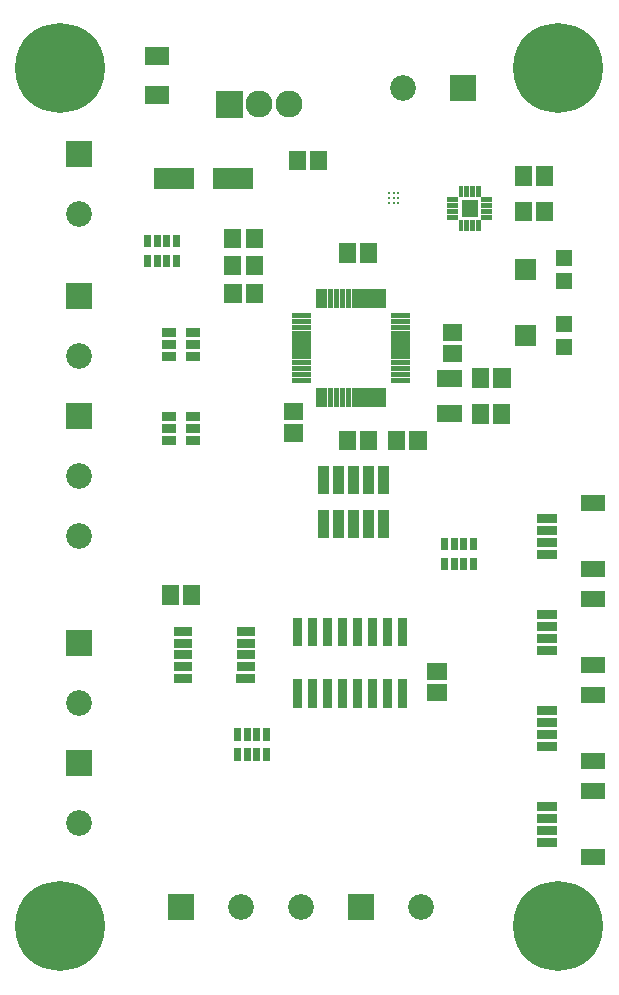
<source format=gbr>
G04 start of page 6 for group -4063 idx -4063 *
G04 Title: (unknown), componentmask *
G04 Creator: pcb 4.0.2 *
G04 CreationDate: Wed Jul  1 19:07:19 2020 UTC *
G04 For: ndholmes *
G04 Format: Gerber/RS-274X *
G04 PCB-Dimensions (mil): 2000.00 3200.00 *
G04 PCB-Coordinate-Origin: lower left *
%MOIN*%
%FSLAX25Y25*%
%LNTOPMASK*%
%ADD50C,0.0090*%
%ADD49C,0.0900*%
%ADD48C,0.0860*%
%ADD47C,0.0001*%
%ADD46C,0.2997*%
G54D46*X17000Y17000D03*
G54D47*G36*
X53200Y27800D02*Y19200D01*
X61800D01*
Y27800D01*
X53200D01*
G37*
G54D48*X77500Y23500D03*
X97500D03*
G54D47*G36*
X113200Y27800D02*Y19200D01*
X121800D01*
Y27800D01*
X113200D01*
G37*
G54D48*X137500Y23500D03*
G54D46*X183000Y17000D03*
G54D47*G36*
X19200Y191300D02*Y182700D01*
X27800D01*
Y191300D01*
X19200D01*
G37*
G54D48*X23500Y167000D03*
Y147000D03*
G54D47*G36*
X19200Y115800D02*Y107200D01*
X27800D01*
Y115800D01*
X19200D01*
G37*
G54D48*X23500Y91500D03*
G54D47*G36*
X19200Y75800D02*Y67200D01*
X27800D01*
Y75800D01*
X19200D01*
G37*
G54D48*X23500Y51500D03*
G54D49*X93500Y291000D03*
X83500D03*
G54D47*G36*
X69000Y295500D02*Y286500D01*
X78000D01*
Y295500D01*
X69000D01*
G37*
G36*
X19200Y231300D02*Y222700D01*
X27800D01*
Y231300D01*
X19200D01*
G37*
G54D48*X23500Y207000D03*
G54D47*G36*
X19200Y278800D02*Y270200D01*
X27800D01*
Y278800D01*
X19200D01*
G37*
G54D48*X23500Y254500D03*
G54D46*X17000Y303000D03*
X183000D03*
G54D47*G36*
X147200Y300800D02*Y292200D01*
X155800D01*
Y300800D01*
X147200D01*
G37*
G54D48*X131500Y296500D03*
G54D47*G36*
X122902Y182252D02*X117184D01*
Y175748D01*
X122902D01*
Y182252D01*
G37*
G36*
X115816D02*X110098D01*
Y175748D01*
X115816D01*
Y182252D01*
G37*
G36*
X132216Y182202D02*X126498D01*
Y175698D01*
X132216D01*
Y182202D01*
G37*
G36*
X139302D02*X133584D01*
Y175698D01*
X139302D01*
Y182202D01*
G37*
G36*
X59200Y180500D02*Y177500D01*
X63800D01*
Y180500D01*
X59200D01*
G37*
G36*
Y184400D02*Y181400D01*
X63800D01*
Y184400D01*
X59200D01*
G37*
G36*
Y188300D02*Y185300D01*
X63800D01*
Y188300D01*
X59200D01*
G37*
G36*
X51000D02*Y185300D01*
X55600D01*
Y188300D01*
X51000D01*
G37*
G36*
Y184400D02*Y181400D01*
X55600D01*
Y184400D01*
X51000D01*
G37*
G36*
Y180500D02*Y177500D01*
X55600D01*
Y180500D01*
X51000D01*
G37*
G36*
X59200Y208500D02*Y205500D01*
X63800D01*
Y208500D01*
X59200D01*
G37*
G36*
Y212400D02*Y209400D01*
X63800D01*
Y212400D01*
X59200D01*
G37*
G36*
Y216300D02*Y213300D01*
X63800D01*
Y216300D01*
X59200D01*
G37*
G36*
X51000Y212400D02*Y209400D01*
X55600D01*
Y212400D01*
X51000D01*
G37*
G36*
Y208500D02*Y205500D01*
X55600D01*
Y208500D01*
X51000D01*
G37*
G36*
X47512Y240780D02*X45240D01*
Y236638D01*
X47512D01*
Y240780D01*
G37*
G36*
X56960D02*X54688D01*
Y236638D01*
X56960D01*
Y240780D01*
G37*
G36*
X51000Y216300D02*Y213300D01*
X55600D01*
Y216300D01*
X51000D01*
G37*
G36*
X45450Y310050D02*Y303950D01*
X53550D01*
Y310050D01*
X45450D01*
G37*
G36*
Y297050D02*Y290950D01*
X53550D01*
Y297050D01*
X45450D01*
G37*
G36*
X50662Y240780D02*X48388D01*
Y236638D01*
X50662D01*
Y240780D01*
G37*
G36*
X53812D02*X51538D01*
Y236638D01*
X53812D01*
Y240780D01*
G37*
G36*
X48558Y269750D02*Y262850D01*
X61757D01*
Y269750D01*
X48558D01*
G37*
G36*
X56960Y247476D02*X54688D01*
Y243334D01*
X56960D01*
Y247476D01*
G37*
G36*
X53812D02*X51538D01*
Y243334D01*
X53812D01*
Y247476D01*
G37*
G36*
X50662D02*X48388D01*
Y243334D01*
X50662D01*
Y247476D01*
G37*
G36*
X47512D02*X45240D01*
Y243334D01*
X47512D01*
Y247476D01*
G37*
G36*
X68243Y269750D02*Y262850D01*
X81442D01*
Y269750D01*
X68243D01*
G37*
G36*
X77573Y249552D02*X71855D01*
Y243048D01*
X77573D01*
Y249552D01*
G37*
G36*
X84659D02*X78941D01*
Y243048D01*
X84659D01*
Y249552D01*
G37*
G36*
X77573Y240552D02*X71855D01*
Y234048D01*
X77573D01*
Y240552D01*
G37*
G36*
X77616Y231252D02*X71898D01*
Y224748D01*
X77616D01*
Y231252D01*
G37*
G36*
X84659Y240552D02*X78941D01*
Y234048D01*
X84659D01*
Y240552D01*
G37*
G36*
X84702Y231252D02*X78984D01*
Y224748D01*
X84702D01*
Y231252D01*
G37*
G36*
X122902Y244752D02*X117184D01*
Y238248D01*
X122902D01*
Y244752D01*
G37*
G36*
X115816D02*X110098D01*
Y238248D01*
X115816D01*
Y244752D01*
G37*
G36*
X106102Y275452D02*X100384D01*
Y268948D01*
X106102D01*
Y275452D01*
G37*
G54D50*X126725Y258225D03*
Y259800D03*
Y261375D03*
X128300Y258225D03*
Y259800D03*
Y261375D03*
X129875D03*
Y258225D03*
Y259800D03*
G54D47*G36*
X174459Y258552D02*X168741D01*
Y252048D01*
X174459D01*
Y258552D01*
G37*
G36*
X175700Y217451D02*X168800D01*
Y210550D01*
X175700D01*
Y217451D01*
G37*
G36*
Y239451D02*X168800D01*
Y232550D01*
X175700D01*
Y239451D01*
G37*
G36*
X181545Y258552D02*X175827D01*
Y252048D01*
X181545D01*
Y258552D01*
G37*
G36*
X187700Y212750D02*X182400D01*
Y207449D01*
X187700D01*
Y212750D01*
G37*
G36*
Y220551D02*X182400D01*
Y215250D01*
X187700D01*
Y220551D01*
G37*
G36*
Y234750D02*X182400D01*
Y229449D01*
X187700D01*
Y234750D01*
G37*
G36*
Y242551D02*X182400D01*
Y237250D01*
X187700D01*
Y242551D01*
G37*
G36*
X174416Y270352D02*X168698D01*
Y263848D01*
X174416D01*
Y270352D01*
G37*
G36*
X181502D02*X175784D01*
Y263848D01*
X181502D01*
Y270352D01*
G37*
G36*
X151539Y252466D02*X149955D01*
Y248815D01*
X151539D01*
Y252466D01*
G37*
G36*
X153508D02*X151924D01*
Y248815D01*
X153508D01*
Y252466D01*
G37*
G36*
X155476D02*X153892D01*
Y248815D01*
X155476D01*
Y252466D01*
G37*
G36*
X157445D02*X155861D01*
Y248815D01*
X157445D01*
Y252466D01*
G37*
G36*
X157534Y254139D02*Y252555D01*
X161185D01*
Y254139D01*
X157534D01*
G37*
G36*
Y256108D02*Y254524D01*
X161185D01*
Y256108D01*
X157534D01*
G37*
G36*
Y258076D02*Y256492D01*
X161185D01*
Y258076D01*
X157534D01*
G37*
G36*
Y260045D02*Y258461D01*
X161185D01*
Y260045D01*
X157534D01*
G37*
G36*
X151628Y258372D02*Y254228D01*
X155772D01*
Y258372D01*
X151628D01*
G37*
G36*
X150978Y259022D02*Y253578D01*
X156422D01*
Y259022D01*
X150978D01*
G37*
G36*
X157445Y263785D02*X155861D01*
Y260134D01*
X157445D01*
Y263785D01*
G37*
G36*
X155476D02*X153892D01*
Y260134D01*
X155476D01*
Y263785D01*
G37*
G36*
X153508D02*X151924D01*
Y260134D01*
X153508D01*
Y263785D01*
G37*
G36*
X151539D02*X149955D01*
Y260134D01*
X151539D01*
Y263785D01*
G37*
G36*
X146215Y260045D02*Y258461D01*
X149866D01*
Y260045D01*
X146215D01*
G37*
G36*
Y258076D02*Y256492D01*
X149866D01*
Y258076D01*
X146215D01*
G37*
G36*
Y256108D02*Y254524D01*
X149866D01*
Y256108D01*
X146215D01*
G37*
G36*
Y254139D02*Y252555D01*
X149866D01*
Y254139D01*
X146215D01*
G37*
G36*
X144648Y217945D02*Y212227D01*
X151152D01*
Y217945D01*
X144648D01*
G37*
G36*
Y210859D02*Y205141D01*
X151152D01*
Y210859D01*
X144648D01*
G37*
G36*
X167302Y202957D02*X161584D01*
Y196453D01*
X167302D01*
Y202957D01*
G37*
G36*
X160216D02*X154498D01*
Y196453D01*
X160216D01*
Y202957D01*
G37*
G36*
X167202Y191057D02*X161484D01*
Y184553D01*
X167202D01*
Y191057D01*
G37*
G36*
X160116D02*X154398D01*
Y184553D01*
X160116D01*
Y191057D01*
G37*
G36*
X142860Y190759D02*Y185041D01*
X150940D01*
Y190759D01*
X142860D01*
G37*
G36*
Y202569D02*Y196851D01*
X150940D01*
Y202569D01*
X142860D01*
G37*
G36*
X127580Y199865D02*Y198084D01*
X133890D01*
Y199865D01*
X127580D01*
G37*
G36*
X129010D02*Y198084D01*
X132390D01*
Y199865D01*
X129010D01*
G37*
G36*
X127580Y201832D02*Y200052D01*
X133890D01*
Y201832D01*
X127580D01*
G37*
G36*
X129010D02*Y200052D01*
X132390D01*
Y201832D01*
X129010D01*
G37*
G36*
X127580Y203802D02*Y202020D01*
X133890D01*
Y203802D01*
X127580D01*
G37*
G36*
X129010D02*Y202020D01*
X132390D01*
Y203802D01*
X129010D01*
G37*
G36*
X127580Y205770D02*Y203988D01*
X133890D01*
Y205770D01*
X127580D01*
G37*
G36*
X129010D02*Y203988D01*
X132390D01*
Y205770D01*
X129010D01*
G37*
G36*
X127580Y207739D02*Y205957D01*
X133890D01*
Y207739D01*
X127580D01*
G37*
G36*
X129010D02*Y205957D01*
X132390D01*
Y207739D01*
X129010D01*
G37*
G36*
X127580Y209706D02*Y207926D01*
X133890D01*
Y209706D01*
X127580D01*
G37*
G36*
X129010D02*Y207926D01*
X132390D01*
Y209706D01*
X129010D01*
G37*
G36*
X127580Y211674D02*Y209894D01*
X133890D01*
Y211674D01*
X127580D01*
G37*
G36*
X129010D02*Y209894D01*
X132390D01*
Y211674D01*
X129010D01*
G37*
G36*
X127580Y213643D02*Y211861D01*
X133890D01*
Y213643D01*
X127580D01*
G37*
G36*
X129010D02*Y211861D01*
X132390D01*
Y213643D01*
X129010D01*
G37*
G36*
X127580Y215611D02*Y213830D01*
X133890D01*
Y215611D01*
X127580D01*
G37*
G36*
X129010D02*Y213830D01*
X132390D01*
Y215611D01*
X129010D01*
G37*
G36*
X127580Y217580D02*Y215798D01*
X133890D01*
Y217580D01*
X127580D01*
G37*
G36*
X129010D02*Y215798D01*
X132390D01*
Y217580D01*
X129010D01*
G37*
G36*
X127580Y219548D02*Y217768D01*
X133890D01*
Y219548D01*
X127580D01*
G37*
G36*
X129010D02*Y217768D01*
X132390D01*
Y219548D01*
X129010D01*
G37*
G36*
X127580Y221516D02*Y219735D01*
X133890D01*
Y221516D01*
X127580D01*
G37*
G36*
X129010D02*Y219735D01*
X132390D01*
Y221516D01*
X129010D01*
G37*
G36*
X125916Y229490D02*X124135D01*
Y223180D01*
X125916D01*
Y229490D01*
G37*
G36*
Y227991D02*X124135D01*
Y224609D01*
X125916D01*
Y227991D01*
G37*
G36*
X123948Y229490D02*X122168D01*
Y223180D01*
X123948D01*
Y229490D01*
G37*
G36*
Y227991D02*X122168D01*
Y224609D01*
X123948D01*
Y227991D01*
G37*
G36*
X104265Y196420D02*X102484D01*
Y190110D01*
X104265D01*
Y196420D01*
G37*
G36*
X108202D02*X106420D01*
Y190110D01*
X108202D01*
Y196420D01*
G37*
G36*
Y194990D02*X106420D01*
Y191610D01*
X108202D01*
Y194990D01*
G37*
G36*
X110170Y196420D02*X108388D01*
Y190110D01*
X110170D01*
Y196420D01*
G37*
G36*
Y194990D02*X108388D01*
Y191610D01*
X110170D01*
Y194990D01*
G37*
G36*
X112138Y196420D02*X110358D01*
Y190110D01*
X112138D01*
Y196420D01*
G37*
G36*
Y194990D02*X110358D01*
Y191610D01*
X112138D01*
Y194990D01*
G37*
G36*
X114106Y196420D02*X112326D01*
Y190110D01*
X114106D01*
Y196420D01*
G37*
G36*
Y194990D02*X112326D01*
Y191610D01*
X114106D01*
Y194990D01*
G37*
G36*
X116074Y196420D02*X114294D01*
Y190110D01*
X116074D01*
Y196420D01*
G37*
G36*
Y194990D02*X114294D01*
Y191610D01*
X116074D01*
Y194990D01*
G37*
G36*
X118042Y196420D02*X116262D01*
Y190110D01*
X118042D01*
Y196420D01*
G37*
G36*
Y194990D02*X116262D01*
Y191610D01*
X118042D01*
Y194990D01*
G37*
G36*
X120012Y196420D02*X118230D01*
Y190110D01*
X120012D01*
Y196420D01*
G37*
G36*
Y194990D02*X118230D01*
Y191610D01*
X120012D01*
Y194990D01*
G37*
G36*
X121980Y196420D02*X120198D01*
Y190110D01*
X121980D01*
Y196420D01*
G37*
G36*
Y194990D02*X120198D01*
Y191610D01*
X121980D01*
Y194990D01*
G37*
G36*
X123948Y196420D02*X122168D01*
Y190110D01*
X123948D01*
Y196420D01*
G37*
G36*
Y194990D02*X122168D01*
Y191610D01*
X123948D01*
Y194990D01*
G37*
G36*
X125916Y196420D02*X124135D01*
Y190110D01*
X125916D01*
Y196420D01*
G37*
G36*
Y194990D02*X124135D01*
Y191610D01*
X125916D01*
Y194990D01*
G37*
G36*
X99016Y275452D02*X93298D01*
Y268948D01*
X99016D01*
Y275452D01*
G37*
G36*
X91748Y191402D02*Y185684D01*
X98252D01*
Y191402D01*
X91748D01*
G37*
G36*
Y184316D02*Y178598D01*
X98252D01*
Y184316D01*
X91748D01*
G37*
G36*
X106232Y229490D02*X104452D01*
Y223180D01*
X106232D01*
Y229490D01*
G37*
G36*
Y227991D02*X104452D01*
Y224609D01*
X106232D01*
Y227991D01*
G37*
G36*
X104265Y229490D02*X102484D01*
Y223180D01*
X104265D01*
Y229490D01*
G37*
G36*
Y227991D02*X102484D01*
Y224609D01*
X104265D01*
Y227991D01*
G37*
G36*
Y194990D02*X102484D01*
Y191610D01*
X104265D01*
Y194990D01*
G37*
G36*
X106232Y196420D02*X104452D01*
Y190110D01*
X106232D01*
Y196420D01*
G37*
G36*
Y194990D02*X104452D01*
Y191610D01*
X106232D01*
Y194990D01*
G37*
G36*
X121980Y229490D02*X120198D01*
Y223180D01*
X121980D01*
Y229490D01*
G37*
G36*
Y227991D02*X120198D01*
Y224609D01*
X121980D01*
Y227991D01*
G37*
G36*
X120012Y229490D02*X118230D01*
Y223180D01*
X120012D01*
Y229490D01*
G37*
G36*
Y227991D02*X118230D01*
Y224609D01*
X120012D01*
Y227991D01*
G37*
G36*
X118042Y229490D02*X116262D01*
Y223180D01*
X118042D01*
Y229490D01*
G37*
G36*
Y227991D02*X116262D01*
Y224609D01*
X118042D01*
Y227991D01*
G37*
G36*
X116074Y229490D02*X114294D01*
Y223180D01*
X116074D01*
Y229490D01*
G37*
G36*
Y227991D02*X114294D01*
Y224609D01*
X116074D01*
Y227991D01*
G37*
G36*
X114106Y229490D02*X112326D01*
Y223180D01*
X114106D01*
Y229490D01*
G37*
G36*
Y227991D02*X112326D01*
Y224609D01*
X114106D01*
Y227991D01*
G37*
G36*
X112138Y229490D02*X110358D01*
Y223180D01*
X112138D01*
Y229490D01*
G37*
G36*
Y227991D02*X110358D01*
Y224609D01*
X112138D01*
Y227991D01*
G37*
G36*
X110170Y229490D02*X108388D01*
Y223180D01*
X110170D01*
Y229490D01*
G37*
G36*
Y227991D02*X108388D01*
Y224609D01*
X110170D01*
Y227991D01*
G37*
G36*
X108202Y229490D02*X106420D01*
Y223180D01*
X108202D01*
Y229490D01*
G37*
G36*
Y227991D02*X106420D01*
Y224609D01*
X108202D01*
Y227991D01*
G37*
G36*
X94510Y221516D02*Y219735D01*
X100820D01*
Y221516D01*
X94510D01*
G37*
G36*
X96010D02*Y219735D01*
X99390D01*
Y221516D01*
X96010D01*
G37*
G36*
X94510Y219548D02*Y217768D01*
X100820D01*
Y219548D01*
X94510D01*
G37*
G36*
X96010D02*Y217768D01*
X99390D01*
Y219548D01*
X96010D01*
G37*
G36*
X94510Y217580D02*Y215798D01*
X100820D01*
Y217580D01*
X94510D01*
G37*
G36*
X96010D02*Y215798D01*
X99390D01*
Y217580D01*
X96010D01*
G37*
G36*
X94510Y215611D02*Y213830D01*
X100820D01*
Y215611D01*
X94510D01*
G37*
G36*
X96010D02*Y213830D01*
X99390D01*
Y215611D01*
X96010D01*
G37*
G36*
X94510Y213643D02*Y211861D01*
X100820D01*
Y213643D01*
X94510D01*
G37*
G36*
X96010D02*Y211861D01*
X99390D01*
Y213643D01*
X96010D01*
G37*
G36*
X94510Y211674D02*Y209894D01*
X100820D01*
Y211674D01*
X94510D01*
G37*
G36*
X96010D02*Y209894D01*
X99390D01*
Y211674D01*
X96010D01*
G37*
G36*
X94510Y209706D02*Y207926D01*
X100820D01*
Y209706D01*
X94510D01*
G37*
G36*
X96010D02*Y207926D01*
X99390D01*
Y209706D01*
X96010D01*
G37*
G36*
X94510Y207739D02*Y205957D01*
X100820D01*
Y207739D01*
X94510D01*
G37*
G36*
X96010D02*Y205957D01*
X99390D01*
Y207739D01*
X96010D01*
G37*
G36*
X94510Y205770D02*Y203988D01*
X100820D01*
Y205770D01*
X94510D01*
G37*
G36*
X96010D02*Y203988D01*
X99390D01*
Y205770D01*
X96010D01*
G37*
G36*
X94510Y203802D02*Y202020D01*
X100820D01*
Y203802D01*
X94510D01*
G37*
G36*
X96010D02*Y202020D01*
X99390D01*
Y203802D01*
X96010D01*
G37*
G36*
X94510Y201832D02*Y200052D01*
X100820D01*
Y201832D01*
X94510D01*
G37*
G36*
X96010D02*Y200052D01*
X99390D01*
Y201832D01*
X96010D01*
G37*
G36*
X94510Y199865D02*Y198084D01*
X100820D01*
Y199865D01*
X94510D01*
G37*
G36*
X96010D02*Y198084D01*
X99390D01*
Y199865D01*
X96010D01*
G37*
G36*
X63902Y130752D02*X58184D01*
Y124248D01*
X63902D01*
Y130752D01*
G37*
G36*
X56816D02*X51098D01*
Y124248D01*
X56816D01*
Y130752D01*
G37*
G36*
X77488Y76375D02*X75214D01*
Y72232D01*
X77488D01*
Y76375D01*
G37*
G36*
X80636D02*X78364D01*
Y72232D01*
X80636D01*
Y76375D01*
G37*
G36*
X83786D02*X81514D01*
Y72232D01*
X83786D01*
Y76375D01*
G37*
G36*
X86936D02*X84662D01*
Y72232D01*
X86936D01*
Y76375D01*
G37*
G36*
Y83071D02*X84662D01*
Y78928D01*
X86936D01*
Y83071D01*
G37*
G36*
X83786D02*X81514D01*
Y78928D01*
X83786D01*
Y83071D01*
G37*
G36*
X77488D02*X75214D01*
Y78928D01*
X77488D01*
Y83071D01*
G37*
G36*
X80636D02*X78364D01*
Y78928D01*
X80636D01*
Y83071D01*
G37*
G36*
X75850Y101276D02*Y97976D01*
X82150D01*
Y101276D01*
X75850D01*
G37*
G36*
X76000Y105063D02*Y102063D01*
X82000D01*
Y105063D01*
X76000D01*
G37*
G36*
Y109000D02*Y106000D01*
X82000D01*
Y109000D01*
X76000D01*
G37*
G36*
Y112937D02*Y109937D01*
X82000D01*
Y112937D01*
X76000D01*
G37*
G36*
Y116874D02*Y113874D01*
X82000D01*
Y116874D01*
X76000D01*
G37*
G36*
X55000D02*Y113874D01*
X61000D01*
Y116874D01*
X55000D01*
G37*
G36*
Y112937D02*Y109937D01*
X61000D01*
Y112937D01*
X55000D01*
G37*
G36*
Y109000D02*Y106000D01*
X61000D01*
Y109000D01*
X55000D01*
G37*
G36*
Y105063D02*Y102063D01*
X61000D01*
Y105063D01*
X55000D01*
G37*
G36*
Y101126D02*Y98126D01*
X61000D01*
Y101126D01*
X55000D01*
G37*
G36*
X107700Y99300D02*X104700D01*
Y89800D01*
X107700D01*
Y99300D01*
G37*
G36*
Y119800D02*X104700D01*
Y110300D01*
X107700D01*
Y119800D01*
G37*
G36*
X112700Y99300D02*X109700D01*
Y89800D01*
X112700D01*
Y99300D01*
G37*
G36*
Y119800D02*X109700D01*
Y110300D01*
X112700D01*
Y119800D01*
G37*
G36*
X117700Y99300D02*X114700D01*
Y89800D01*
X117700D01*
Y99300D01*
G37*
G36*
Y119800D02*X114700D01*
Y110300D01*
X117700D01*
Y119800D01*
G37*
G36*
X122700Y99300D02*X119700D01*
Y89800D01*
X122700D01*
Y99300D01*
G37*
G36*
Y119800D02*X119700D01*
Y110300D01*
X122700D01*
Y119800D01*
G37*
G36*
X127700Y99300D02*X124700D01*
Y89800D01*
X127700D01*
Y99300D01*
G37*
G36*
X132700D02*X129700D01*
Y89800D01*
X132700D01*
Y99300D01*
G37*
G36*
Y119800D02*X129700D01*
Y110300D01*
X132700D01*
Y119800D01*
G37*
G36*
X127700D02*X124700D01*
Y110300D01*
X127700D01*
Y119800D01*
G37*
G36*
X139548Y104845D02*Y99127D01*
X146052D01*
Y104845D01*
X139548D01*
G37*
G36*
Y97759D02*Y92041D01*
X146052D01*
Y97759D01*
X139548D01*
G37*
G36*
X97700Y99300D02*X94700D01*
Y89800D01*
X97700D01*
Y99300D01*
G37*
G36*
X102700D02*X99700D01*
Y89800D01*
X102700D01*
Y99300D01*
G37*
G36*
Y119800D02*X99700D01*
Y110300D01*
X102700D01*
Y119800D01*
G37*
G36*
X97700D02*X94700D01*
Y110300D01*
X97700D01*
Y119800D01*
G37*
G36*
X176149Y46575D02*Y43613D01*
X182851D01*
Y46575D01*
X176149D01*
G37*
G36*
Y50512D02*Y47550D01*
X182851D01*
Y50512D01*
X176149D01*
G37*
G36*
Y54450D02*Y51488D01*
X182851D01*
Y54450D01*
X176149D01*
G37*
G36*
Y58387D02*Y55425D01*
X182851D01*
Y58387D01*
X176149D01*
G37*
G36*
X190913Y42638D02*Y37314D01*
X198599D01*
Y42638D01*
X190913D01*
G37*
G36*
Y64686D02*Y59362D01*
X198599D01*
Y64686D01*
X190913D01*
G37*
G36*
X176149Y78575D02*Y75613D01*
X182851D01*
Y78575D01*
X176149D01*
G37*
G36*
Y82512D02*Y79550D01*
X182851D01*
Y82512D01*
X176149D01*
G37*
G36*
Y86450D02*Y83488D01*
X182851D01*
Y86450D01*
X176149D01*
G37*
G36*
Y90387D02*Y87425D01*
X182851D01*
Y90387D01*
X176149D01*
G37*
G36*
Y110575D02*Y107613D01*
X182851D01*
Y110575D01*
X176149D01*
G37*
G36*
Y114512D02*Y111550D01*
X182851D01*
Y114512D01*
X176149D01*
G37*
G36*
X190913Y74638D02*Y69314D01*
X198599D01*
Y74638D01*
X190913D01*
G37*
G36*
Y96686D02*Y91362D01*
X198599D01*
Y96686D01*
X190913D01*
G37*
G36*
Y106638D02*Y101314D01*
X198599D01*
Y106638D01*
X190913D01*
G37*
G36*
Y128686D02*Y123362D01*
X198599D01*
Y128686D01*
X190913D01*
G37*
G36*
Y138638D02*Y133314D01*
X198599D01*
Y138638D01*
X190913D01*
G37*
G36*
Y160686D02*Y155362D01*
X198599D01*
Y160686D01*
X190913D01*
G37*
G36*
X176149Y118450D02*Y115488D01*
X182851D01*
Y118450D01*
X176149D01*
G37*
G36*
Y122387D02*Y119425D01*
X182851D01*
Y122387D01*
X176149D01*
G37*
G36*
Y142575D02*Y139613D01*
X182851D01*
Y142575D01*
X176149D01*
G37*
G36*
Y146512D02*Y143550D01*
X182851D01*
Y146512D01*
X176149D01*
G37*
G36*
Y150450D02*Y147488D01*
X182851D01*
Y150450D01*
X176149D01*
G37*
G36*
Y154387D02*Y151425D01*
X182851D01*
Y154387D01*
X176149D01*
G37*
G36*
X155936Y146571D02*X153663D01*
Y142428D01*
X155936D01*
Y146571D01*
G37*
G36*
X152787D02*X150514D01*
Y142428D01*
X152787D01*
Y146571D01*
G37*
G36*
X149637D02*X147364D01*
Y142428D01*
X149637D01*
Y146571D01*
G37*
G36*
X146488D02*X144215D01*
Y142428D01*
X146488D01*
Y146571D01*
G37*
G36*
Y139875D02*X144215D01*
Y135732D01*
X146488D01*
Y139875D01*
G37*
G36*
X149637D02*X147364D01*
Y135732D01*
X149637D01*
Y139875D01*
G37*
G36*
X152787D02*X150514D01*
Y135732D01*
X152787D01*
Y139875D01*
G37*
G36*
X155936D02*X153663D01*
Y135732D01*
X155936D01*
Y139875D01*
G37*
G36*
X106900Y155900D02*X103100D01*
Y146600D01*
X106900D01*
Y155900D01*
G37*
G36*
Y170400D02*X103100D01*
Y161100D01*
X106900D01*
Y170400D01*
G37*
G36*
X111900Y155900D02*X108100D01*
Y146600D01*
X111900D01*
Y155900D01*
G37*
G36*
Y170400D02*X108100D01*
Y161100D01*
X111900D01*
Y170400D01*
G37*
G36*
X116900Y155900D02*X113100D01*
Y146600D01*
X116900D01*
Y155900D01*
G37*
G36*
Y170400D02*X113100D01*
Y161100D01*
X116900D01*
Y170400D01*
G37*
G36*
X121900Y155900D02*X118100D01*
Y146600D01*
X121900D01*
Y155900D01*
G37*
G36*
Y170400D02*X118100D01*
Y161100D01*
X121900D01*
Y170400D01*
G37*
G36*
X126900Y155900D02*X123100D01*
Y146600D01*
X126900D01*
Y155900D01*
G37*
G36*
Y170400D02*X123100D01*
Y161100D01*
X126900D01*
Y170400D01*
G37*
M02*

</source>
